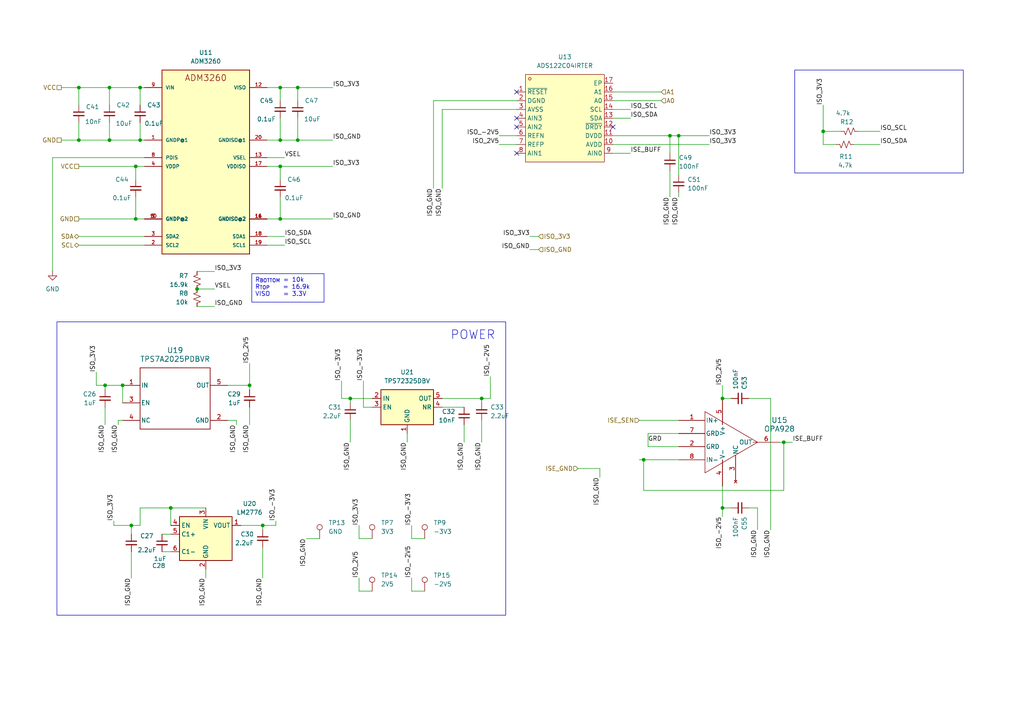
<source format=kicad_sch>
(kicad_sch (version 20250114) (generator "eeschema") (generator_version "9.0")
  (paper "A4")
  (lib_symbols
    (symbol "Connector:TestPoint" (pin_numbers (hide yes)) (pin_names (offset 0.762) (hide yes))
      (property "Reference" "TP" (at 0 6.858 0))
      (property "Value" "TestPoint" (at 0 5.08 0))
      (symbol "TestPoint_0_1"
        (circle (center 0 3.302) (radius 0.762))
      )
      (symbol "TestPoint_1_1"
        (pin passive line (at 0 0 90) (length 2.54) (name "1") (number "1"))
      )
    )
    (symbol "Device:C_Small" (pin_numbers (hide yes)) (pin_names (offset 0.254) (hide yes))
      (property "Reference" "C" (at 0.254 1.778 0))
      (property "Value" "C_Small" (at 0.254 -2.032 0))
      (symbol "C_Small_0_1"
        (polyline (pts (xy -1.524 0.508) (xy 1.524 0.508)) (stroke (width 0.3048)))
        (polyline (pts (xy -1.524 -0.508) (xy 1.524 -0.508)) (stroke (width 0.3302)))
      )
      (symbol "C_Small_1_1"
        (pin passive line (at 0 2.54 270) (length 2.032) (name "~") (number "1"))
        (pin passive line (at 0 -2.54 90) (length 2.032) (name "~") (number "2"))
      )
    )
    (symbol "Device:R_Small_US" (pin_numbers (hide yes)) (pin_names (offset 0.254) (hide yes))
      (property "Reference" "R" (at 0.762 0.508 0))
      (property "Value" "R_Small_US" (at 0.762 -1.016 0))
      (symbol "R_Small_US_1_1"
        (polyline (pts (xy 0 1.524) (xy 1.016 1.143) (xy 0 0.762) (xy -1.016 0.381) (xy 0 0)))
        (polyline (pts (xy 0 0) (xy 1.016 -0.381) (xy 0 -0.762) (xy -1.016 -1.143) (xy 0 -1.524)))
        (pin passive line (at 0 2.54 270) (length 1.016) (name "~") (number "1"))
        (pin passive line (at 0 -2.54 90) (length 1.016) (name "~") (number "2"))
      )
    )
    (symbol "EasyEDA:ADS122C04IRTER"
      (property "Reference" "U" (at 0 15.24 0))
      (property "Value" "ADS122C04IRTER" (at 0 -15.24 0))
      (symbol "ADS122C04IRTER_0_1"
        (rectangle (start -12.7 12.7) (end 10.16 -12.7) (fill (type background)))
        (circle (center -11.43 11.43) (radius 0.38))
        (pin unspecified line (at -15.24 7.62 0) (length 2.54) (name "~{RESET}") (number "1"))
        (pin unspecified line (at -15.24 5.08 0) (length 2.54) (name "DGND") (number "2"))
        (pin unspecified line (at -15.24 2.54 0) (length 2.54) (name "AVSS") (number "3"))
        (pin unspecified line (at -15.24 0 0) (length 2.54) (name "AIN3") (number "4"))
        (pin unspecified line (at -15.24 -2.54 0) (length 2.54) (name "AIN2") (number "5"))
        (pin unspecified line (at -15.24 -5.08 0) (length 2.54) (name "REFN") (number "6"))
        (pin unspecified line (at -15.24 -7.62 0) (length 2.54) (name "REFP") (number "7"))
        (pin unspecified line (at -15.24 -10.16 0) (length 2.54) (name "AIN1") (number "8"))
        (pin unspecified line (at 12.7 10.16 180) (length 2.54) (name "EP") (number "17"))
        (pin unspecified line (at 12.7 7.62 180) (length 2.54) (name "A1") (number "16"))
        (pin unspecified line (at 12.7 5.08 180) (length 2.54) (name "A0") (number "15"))
        (pin unspecified line (at 12.7 2.54 180) (length 2.54) (name "SCL") (number "14"))
        (pin unspecified line (at 12.7 0 180) (length 2.54) (name "SDA") (number "13"))
        (pin unspecified line (at 12.7 -2.54 180) (length 2.54) (name "~{DRDY}") (number "12"))
        (pin unspecified line (at 12.7 -5.08 180) (length 2.54) (name "DVDD") (number "11"))
        (pin unspecified line (at 12.7 -7.62 180) (length 2.54) (name "AVDD") (number "10"))
        (pin unspecified line (at 12.7 -10.16 180) (length 2.54) (name "AIN0") (number "9"))
      )
    )
    (symbol "Regulator_Linear:TPS72325DBV"
      (property "Reference" "U" (at -6.35 6.35 0))
      (property "Value" "TPS72325DBV" (at 0 6.35 0))
      (symbol "TPS72325DBV_0_1"
        (rectangle (start -7.62 5.08) (end 7.62 -5.08) (stroke (width 0.254)) (fill (type background)))
      )
      (symbol "TPS72325DBV_1_1"
        (pin power_in line (at -10.16 2.54 0) (length 2.54) (name "IN") (number "2"))
        (pin input line (at -10.16 0 0) (length 2.54) (name "EN") (number "3"))
        (pin power_in line (at 0 -7.62 90) (length 2.54) (name "GND") (number "1"))
        (pin power_out line (at 10.16 2.54 180) (length 2.54) (name "OUT") (number "5"))
        (pin input line (at 10.16 0 180) (length 2.54) (name "NR") (number "4"))
      )
    )
    (symbol "Regulator_SwitchedCapacitor:LM2776"
      (property "Reference" "U" (at -6.35 6.35 0))
      (property "Value" "LM2776" (at 1.27 6.35 0))
      (symbol "LM2776_0_1"
        (rectangle (start -7.62 5.08) (end 7.62 -7.62) (stroke (width 0.254)) (fill (type background)))
      )
      (symbol "LM2776_1_1"
        (pin input line (at -10.16 2.54 0) (length 2.54) (name "EN") (number "4"))
        (pin passive line (at -10.16 0 0) (length 2.54) (name "C1+") (number "5"))
        (pin passive line (at -10.16 -5.08 0) (length 2.54) (name "C1-") (number "6"))
        (pin power_in line (at 0 7.62 270) (length 2.54) (name "VIN") (number "3"))
        (pin power_in line (at 0 -10.16 90) (length 2.54) (name "GND") (number "2"))
        (pin power_out line (at 10.16 2.54 180) (length 2.54) (name "VOUT") (number "1"))
      )
    )
    (symbol "Snapeda:ADM3260" (pin_names (offset 1.016))
      (property "Reference" "U" (at -12.7 21.082 0))
      (property "Value" "ADM3260" (at -12.7 -35.56 0))
      (symbol "ADM3260_0_0"
        (rectangle (start -12.7 -33.02) (end 12.7 20.32) (stroke (width 0.254)) (fill (type background)))
        (text "ADM3260" (at 0 17.018 0) (effects (font (size 1.778 1.778)) (justify bottom)))
        (pin bidirectional line (at -17.78 15.24 0) (length 5.08) (name "VIN") (number "9"))
        (pin bidirectional line (at -17.78 0 0) (length 5.08) (name "GNDP@1") (number "1"))
        (pin bidirectional line (at -17.78 -5.08 0) (length 5.08) (name "PDIS") (number "8"))
        (pin bidirectional line (at -17.78 -7.62 0) (length 5.08) (name "VDDP") (number "4"))
        (pin bidirectional line (at -17.78 -22.86 0) (length 5.08) (name "GNDP@2") (number "10"))
        (pin bidirectional line (at -17.78 -22.86 0) (length 5.08) (name "GNDP@2") (number "5"))
        (pin bidirectional line (at -17.78 -22.86 0) (length 5.08) (name "GNDP@2") (number "7"))
        (pin bidirectional line (at -17.78 -27.94 0) (length 5.08) (name "SDA2") (number "3"))
        (pin bidirectional line (at -17.78 -30.48 0) (length 5.08) (name "SCL2") (number "2"))
        (pin bidirectional line (at 17.78 15.24 180) (length 5.08) (name "VISO") (number "12"))
        (pin bidirectional line (at 17.78 0 180) (length 5.08) (name "GNDISO@1") (number "20"))
        (pin bidirectional line (at 17.78 -5.08 180) (length 5.08) (name "VSEL") (number "13"))
        (pin bidirectional line (at 17.78 -7.62 180) (length 5.08) (name "VDDISO") (number "17"))
        (pin bidirectional line (at 17.78 -22.86 180) (length 5.08) (name "GNDISO@2") (number "11"))
        (pin bidirectional line (at 17.78 -22.86 180) (length 5.08) (name "GNDISO@2") (number "14"))
        (pin bidirectional line (at 17.78 -22.86 180) (length 5.08) (name "GNDISO@2") (number "16"))
        (pin bidirectional line (at 17.78 -27.94 180) (length 5.08) (name "SDA1") (number "18"))
        (pin bidirectional line (at 17.78 -30.48 180) (length 5.08) (name "SCL1") (number "19"))
      )
    )
    (symbol "Snapeda:OPA928" (pin_names (offset 0.254))
      (property "Reference" "U" (at 27.686 -4.826 0))
      (property "Value" "OPA928" (at 28.956 -7.874 0))
      (symbol "OPA928_0_1"
        (pin input line (at 6.35 -7.62 0) (length 7.62) (name "IN+") (number "1"))
        (pin unspecified line (at 6.35 -11.43 0) (length 7.62) (name "GRD") (number "7"))
        (pin unspecified line (at 6.35 -15.24 0) (length 7.62) (name "GRD") (number "2"))
        (pin input line (at 6.35 -19.05 0) (length 7.62) (name "IN-") (number "8"))
        (pin power_in line (at 19.05 -1.27 270) (length 7.62) (name "V+") (number "5"))
        (pin power_in line (at 19.05 -26.67 90) (length 7.62) (name "V-") (number "4"))
        (pin output line (at 35.56 -13.97 180) (length 7.62) (name "OUT") (number "6"))
      )
      (symbol "OPA928_1_1"
        (polyline (pts (xy 13.97 -5.08) (xy 13.97 -22.86) (xy 29.21 -13.97) (xy 13.97 -5.08)))
        (pin no_connect line (at 22.86 -25.4 90) (length 7.62) (name "NC") (number "3"))
      )
    )
    (symbol "Snapeda:TPS7A2050PDBVR" (pin_names (offset 0.254))
      (property "Reference" "U4" (at 15.24 10.16 0))
      (property "Value" "TPS7A2025PDBVR" (at 15.24 7.62 0))
      (symbol "TPS7A2050PDBVR_0_1"
        (polyline (pts (xy 5.08 5.08) (xy 5.08 -12.7)) (stroke (width 0.2032)))
        (polyline (pts (xy 5.08 -12.7) (xy 25.4 -12.7)) (stroke (width 0.2032)))
        (polyline (pts (xy 25.4 5.08) (xy 5.08 5.08)) (stroke (width 0.2032)))
        (polyline (pts (xy 25.4 -12.7) (xy 25.4 5.08)) (stroke (width 0.2032)))
        (pin power_in line (at 0 0 0) (length 5.08) (name "IN") (number "1"))
        (pin input line (at 0 -5.08 0) (length 5.08) (name "EN") (number "3"))
        (pin unspecified line (at 0 -10.16 0) (length 5.08) (name "NC") (number "4"))
        (pin unspecified line (at 30.48 0 180) (length 5.08) (name "OUT") (number "5"))
        (pin power_in line (at 30.48 -10.16 180) (length 5.08) (name "GND") (number "2"))
      )
    )
    (symbol "power:GND" (power) (pin_numbers (hide yes)) (pin_names (offset 0) (hide yes))
      (property "Value" "GND" (at 0 -3.81 0))
      (symbol "GND_0_1"
        (polyline (pts (xy 0 0) (xy 0 -1.27) (xy 1.27 -1.27) (xy 0 -2.54) (xy -1.27 -1.27) (xy 0 -1.27)))
      )
      (symbol "GND_1_1"
        (pin power_in line (at 0 0 270) (length 0) (name "~") (number "1"))
      )
    )
  )
  (rectangle (start 16.51 93.345) (end 146.685 178.435))
  (rectangle (start 230.505 20.32) (end 279.4 50.165))
  (text "POWER\n" (at 137.16 97.282 0) (effects (font (size 2.54 2.54))))
  (text_box "R_{BOTTOM} = 10k\nR_{TOP}    = 16.9k\nVISO    = 3.3V" (at 73.025 79.375 0) (size 20.955 8.255) (margins 0.9525 0.9525 0.9525 0.9525) (effects (font (size 1.27 1.27)) (justify left top)))
  (junction (at 196.85 39.37))
  (junction (at 209.55 147.32))
  (junction (at 49.53 147.32))
  (junction (at 39.37 63.5))
  (junction (at 40.64 40.64))
  (junction (at 39.37 48.26))
  (junction (at 86.36 25.4))
  (junction (at 76.2 152.4))
  (junction (at 38.1 152.4))
  (junction (at 72.39 111.76))
  (junction (at 81.28 40.64))
  (junction (at 81.28 48.26))
  (junction (at 186.69 133.35))
  (junction (at 30.48 111.76))
  (junction (at 238.76 38.1))
  (junction (at 227.33 128.27))
  (junction (at 40.64 25.4))
  (junction (at 57.15 83.82))
  (junction (at 81.28 63.5))
  (junction (at 194.31 39.37))
  (junction (at 101.6 115.57))
  (junction (at 81.28 25.4))
  (junction (at 209.55 115.57))
  (junction (at 139.7 115.57))
  (junction (at 22.86 25.4))
  (junction (at 22.86 40.64))
  (junction (at 86.36 40.64))
  (junction (at 31.75 25.4))
  (junction (at 31.75 40.64))
  (junction (at 35.56 111.76))
  (no_connect (at 149.86 34.29))
  (no_connect (at 177.8 36.83))
  (no_connect (at 149.86 26.67))
  (no_connect (at 149.86 36.83))
  (no_connect (at 149.86 44.45))
  (wire (pts (xy 76.2 158.75) (xy 76.2 167.64)))
  (wire (pts (xy 223.52 115.57) (xy 217.17 115.57)))
  (wire (pts (xy 86.36 25.4) (xy 86.36 29.21)))
  (wire (pts (xy 86.36 25.4) (xy 96.52 25.4)))
  (wire (pts (xy 81.28 63.5) (xy 96.52 63.5)))
  (wire (pts (xy 212.09 147.32) (xy 209.55 147.32)))
  (wire (pts (xy 104.14 171.45) (xy 107.95 171.45)))
  (wire (pts (xy 77.47 63.5) (xy 81.28 63.5)))
  (wire (pts (xy 68.58 121.92) (xy 66.04 121.92)))
  (wire (pts (xy 219.71 147.32) (xy 217.17 147.32)))
  (wire (pts (xy 196.85 55.88) (xy 196.85 57.15)))
  (wire (pts (xy 40.64 40.64) (xy 41.91 40.64)))
  (wire (pts (xy 153.67 68.58) (xy 156.21 68.58)))
  (wire (pts (xy 77.47 40.64) (xy 81.28 40.64)))
  (wire (pts (xy 238.76 38.1) (xy 243.84 38.1)))
  (wire (pts (xy 177.8 44.45) (xy 182.88 44.45)))
  (wire (pts (xy 77.47 25.4) (xy 81.28 25.4)))
  (wire (pts (xy 196.85 39.37) (xy 205.74 39.37)))
  (wire (pts (xy 119.38 171.45) (xy 123.19 171.45)))
  (wire (pts (xy 101.6 115.57) (xy 107.95 115.57)))
  (wire (pts (xy 30.48 118.11) (xy 30.48 123.19)))
  (wire (pts (xy 30.48 111.76) (xy 35.56 111.76)))
  (wire (pts (xy 226.06 128.27) (xy 227.33 128.27)))
  (wire (pts (xy 177.8 31.75) (xy 182.88 31.75)))
  (wire (pts (xy 17.78 40.64) (xy 22.86 40.64)))
  (wire (pts (xy 99.06 110.49) (xy 99.06 115.57)))
  (wire (pts (xy 35.56 111.76) (xy 35.56 116.84)))
  (wire (pts (xy 72.39 111.76) (xy 66.04 111.76)))
  (wire (pts (xy 177.8 26.67) (xy 191.77 26.67)))
  (wire (pts (xy 238.76 41.91) (xy 242.57 41.91)))
  (wire (pts (xy 99.06 115.57) (xy 101.6 115.57)))
  (wire (pts (xy 40.64 152.4) (xy 38.1 152.4)))
  (wire (pts (xy 238.76 30.48) (xy 238.76 38.1)))
  (wire (pts (xy 86.36 34.29) (xy 86.36 40.64)))
  (wire (pts (xy 57.15 88.9) (xy 62.23 88.9)))
  (wire (pts (xy 72.39 111.76) (xy 72.39 113.03)))
  (wire (pts (xy 119.38 152.4) (xy 119.38 156.21)))
  (wire (pts (xy 177.8 39.37) (xy 194.31 39.37)))
  (wire (pts (xy 128.27 54.61) (xy 128.27 31.75)))
  (wire (pts (xy 223.52 153.67) (xy 223.52 115.57)))
  (wire (pts (xy 46.99 160.02) (xy 49.53 160.02)))
  (wire (pts (xy 247.65 41.91) (xy 255.27 41.91)))
  (wire (pts (xy 22.86 63.5) (xy 39.37 63.5)))
  (wire (pts (xy 194.31 39.37) (xy 194.31 44.45)))
  (wire (pts (xy 118.11 125.73) (xy 118.11 128.27)))
  (wire (pts (xy 177.8 41.91) (xy 205.74 41.91)))
  (wire (pts (xy 77.47 48.26) (xy 81.28 48.26)))
  (wire (pts (xy 101.6 115.57) (xy 101.6 116.84)))
  (wire (pts (xy 49.53 147.32) (xy 49.53 152.4)))
  (wire (pts (xy 209.55 111.76) (xy 209.55 115.57)))
  (wire (pts (xy 101.6 121.92) (xy 101.6 128.27)))
  (wire (pts (xy 22.86 35.56) (xy 22.86 40.64)))
  (wire (pts (xy 139.7 121.92) (xy 139.7 128.27)))
  (wire (pts (xy 40.64 25.4) (xy 41.91 25.4)))
  (wire (pts (xy 27.94 107.95) (xy 27.94 111.76)))
  (wire (pts (xy 57.15 78.74) (xy 62.23 78.74)))
  (wire (pts (xy 187.96 125.73) (xy 187.96 129.54)))
  (wire (pts (xy 76.2 152.4) (xy 80.01 152.4)))
  (wire (pts (xy 49.53 147.32) (xy 40.64 147.32)))
  (wire (pts (xy 134.62 123.19) (xy 134.62 128.27)))
  (wire (pts (xy 105.41 118.11) (xy 107.95 118.11)))
  (wire (pts (xy 81.28 48.26) (xy 81.28 52.07)))
  (wire (pts (xy 15.24 45.72) (xy 15.24 78.74)))
  (wire (pts (xy 38.1 152.4) (xy 38.1 154.94)))
  (wire (pts (xy 81.28 25.4) (xy 81.28 29.21)))
  (wire (pts (xy 81.28 57.15) (xy 81.28 63.5)))
  (wire (pts (xy 72.39 118.11) (xy 72.39 123.19)))
  (wire (pts (xy 22.86 48.26) (xy 39.37 48.26)))
  (wire (pts (xy 39.37 48.26) (xy 39.37 52.07)))
  (wire (pts (xy 196.85 39.37) (xy 196.85 50.8)))
  (wire (pts (xy 22.86 40.64) (xy 31.75 40.64)))
  (wire (pts (xy 209.55 147.32) (xy 209.55 149.86)))
  (wire (pts (xy 177.8 34.29) (xy 182.88 34.29)))
  (wire (pts (xy 34.29 121.92) (xy 35.56 121.92)))
  (wire (pts (xy 105.41 110.49) (xy 105.41 118.11)))
  (wire (pts (xy 227.33 128.27) (xy 227.33 142.24)))
  (wire (pts (xy 194.31 39.37) (xy 196.85 39.37)))
  (wire (pts (xy 104.14 152.4) (xy 104.14 156.21)))
  (wire (pts (xy 81.28 48.26) (xy 96.52 48.26)))
  (wire (pts (xy 194.31 49.53) (xy 194.31 57.15)))
  (wire (pts (xy 81.28 34.29) (xy 81.28 40.64)))
  (wire (pts (xy 77.47 68.58) (xy 82.55 68.58)))
  (wire (pts (xy 40.64 35.56) (xy 40.64 40.64)))
  (wire (pts (xy 39.37 48.26) (xy 41.91 48.26)))
  (wire (pts (xy 31.75 25.4) (xy 31.75 30.48)))
  (wire (pts (xy 22.86 71.12) (xy 41.91 71.12)))
  (wire (pts (xy 33.02 151.13) (xy 33.02 152.4)))
  (wire (pts (xy 30.48 111.76) (xy 30.48 113.03)))
  (wire (pts (xy 209.55 140.97) (xy 209.55 147.32)))
  (wire (pts (xy 80.01 152.4) (xy 80.01 151.13)))
  (wire (pts (xy 238.76 38.1) (xy 238.76 41.91)))
  (wire (pts (xy 46.99 154.94) (xy 49.53 154.94)))
  (wire (pts (xy 81.28 25.4) (xy 86.36 25.4)))
  (wire (pts (xy 144.78 39.37) (xy 149.86 39.37)))
  (wire (pts (xy 17.78 25.4) (xy 22.86 25.4)))
  (wire (pts (xy 76.2 152.4) (xy 76.2 153.67)))
  (wire (pts (xy 77.47 45.72) (xy 82.55 45.72)))
  (wire (pts (xy 69.85 152.4) (xy 76.2 152.4)))
  (wire (pts (xy 139.7 115.57) (xy 142.24 115.57)))
  (wire (pts (xy 167.64 135.89) (xy 173.99 135.89)))
  (wire (pts (xy 186.69 133.35) (xy 186.69 142.24)))
  (wire (pts (xy 139.7 115.57) (xy 139.7 116.84)))
  (wire (pts (xy 38.1 160.02) (xy 38.1 167.64)))
  (wire (pts (xy 219.71 153.67) (xy 219.71 147.32)))
  (wire (pts (xy 81.28 40.64) (xy 86.36 40.64)))
  (wire (pts (xy 104.14 167.64) (xy 104.14 171.45)))
  (wire (pts (xy 39.37 63.5) (xy 41.91 63.5)))
  (wire (pts (xy 187.96 129.54) (xy 196.85 129.54)))
  (wire (pts (xy 40.64 25.4) (xy 40.64 30.48)))
  (wire (pts (xy 22.86 25.4) (xy 31.75 25.4)))
  (wire (pts (xy 173.99 135.89) (xy 173.99 138.43)))
  (wire (pts (xy 128.27 115.57) (xy 139.7 115.57)))
  (wire (pts (xy 104.14 156.21) (xy 107.95 156.21)))
  (wire (pts (xy 57.15 83.82) (xy 62.23 83.82)))
  (wire (pts (xy 185.42 133.35) (xy 186.69 133.35)))
  (wire (pts (xy 125.73 54.61) (xy 125.73 29.21)))
  (wire (pts (xy 72.39 105.41) (xy 72.39 111.76)))
  (wire (pts (xy 34.29 123.19) (xy 34.29 121.92)))
  (wire (pts (xy 153.67 72.39) (xy 156.21 72.39)))
  (wire (pts (xy 31.75 40.64) (xy 40.64 40.64)))
  (wire (pts (xy 59.69 165.1) (xy 59.69 167.64)))
  (wire (pts (xy 196.85 133.35) (xy 186.69 133.35)))
  (wire (pts (xy 31.75 35.56) (xy 31.75 40.64)))
  (wire (pts (xy 31.75 25.4) (xy 40.64 25.4)))
  (wire (pts (xy 40.64 147.32) (xy 40.64 152.4)))
  (wire (pts (xy 119.38 167.64) (xy 119.38 171.45)))
  (wire (pts (xy 177.8 29.21) (xy 191.77 29.21)))
  (wire (pts (xy 68.58 123.19) (xy 68.58 121.92)))
  (wire (pts (xy 119.38 156.21) (xy 123.19 156.21)))
  (wire (pts (xy 248.92 38.1) (xy 255.27 38.1)))
  (wire (pts (xy 196.85 125.73) (xy 187.96 125.73)))
  (wire (pts (xy 77.47 71.12) (xy 82.55 71.12)))
  (wire (pts (xy 125.73 29.21) (xy 149.86 29.21)))
  (wire (pts (xy 88.9 156.21) (xy 92.71 156.21)))
  (wire (pts (xy 27.94 111.76) (xy 30.48 111.76)))
  (wire (pts (xy 22.86 68.58) (xy 41.91 68.58)))
  (wire (pts (xy 128.27 118.11) (xy 134.62 118.11)))
  (wire (pts (xy 39.37 57.15) (xy 39.37 63.5)))
  (wire (pts (xy 142.24 109.22) (xy 142.24 115.57)))
  (wire (pts (xy 128.27 31.75) (xy 149.86 31.75)))
  (wire (pts (xy 86.36 40.64) (xy 96.52 40.64)))
  (wire (pts (xy 41.91 45.72) (xy 15.24 45.72)))
  (wire (pts (xy 209.55 115.57) (xy 212.09 115.57)))
  (wire (pts (xy 186.69 142.24) (xy 227.33 142.24)))
  (wire (pts (xy 185.42 121.92) (xy 196.85 121.92)))
  (wire (pts (xy 227.33 128.27) (xy 229.87 128.27)))
  (wire (pts (xy 22.86 25.4) (xy 22.86 30.48)))
  (wire (pts (xy 144.78 41.91) (xy 149.86 41.91)))
  (wire (pts (xy 38.1 152.4) (xy 33.02 152.4)))
  (wire (pts (xy 59.69 147.32) (xy 49.53 147.32)))
  (label "ISO_GND" (at 173.99 138.43 270))
  (label "ISO_GND" (at 30.48 123.19 270))
  (label "ISO_GND" (at 34.29 123.19 270))
  (label "ISO_SCL" (at 255.27 38.1 0))
  (label "ISO_GND" (at 62.23 88.9 0))
  (label "ISO_-3V3" (at 119.38 152.4 90))
  (label "ISO_-3V3" (at 99.06 110.49 90))
  (label "ISO_3V3" (at 205.74 41.91 0))
  (label "ISE_BUFF" (at 229.87 128.27 0))
  (label "VSEL" (at 82.55 45.72 0))
  (label "ISE_BUFF" (at 182.88 44.45 0))
  (label "ISO_2V5" (at 104.14 167.64 90))
  (label "ISO_GND" (at 223.52 153.67 270))
  (label "ISO_-2V5" (at 142.24 109.22 90))
  (label "ISO_GND" (at 88.9 156.21 270))
  (label "VSEL" (at 62.23 83.82 0))
  (label "ISO_GND" (at 96.52 40.64 0))
  (label "ISO_SDA" (at 182.88 34.29 0))
  (label "ISO_GND" (at 153.67 72.39 180))
  (label "ISO_GND" (at 96.52 63.5 0))
  (label "ISO_3V3" (at 238.76 30.48 90))
  (label "ISO_GND" (at 76.2 167.64 270))
  (label "ISO_GND" (at 194.31 57.15 270))
  (label "ISO_GND" (at 72.39 123.19 270))
  (label "ISO_-3V3" (at 105.41 110.49 90))
  (label "ISO_SCL" (at 82.55 71.12 0))
  (label "ISO_3V3" (at 62.23 78.74 0))
  (label "ISO_GND" (at 219.71 153.67 270))
  (label "ISO_SDA" (at 82.55 68.58 0))
  (label "ISO_2V5" (at 209.55 111.76 90))
  (label "ISO_2V5" (at 72.39 105.41 90))
  (label "ISO_3V3" (at 96.52 48.26 0))
  (label "ISO_3V3" (at 33.02 151.13 90))
  (label "ISO_GND" (at 125.73 54.61 270))
  (label "ISO_-2V5" (at 209.55 149.86 270))
  (label "ISO_-3V3" (at 80.01 151.13 90))
  (label "ISO_SCL" (at 182.88 31.75 0))
  (label "GRD" (at 187.96 128.27 0))
  (label "ISO_GND" (at 68.58 123.19 270))
  (label "ISO_-2V5" (at 144.78 39.37 180))
  (label "ISO_3V3" (at 205.74 39.37 0))
  (label "ISO_SDA" (at 255.27 41.91 0))
  (label "ISO_3V3" (at 104.14 152.4 90))
  (label "ISO_GND" (at 139.7 128.27 270))
  (label "ISO_GND" (at 101.6 128.27 270))
  (label "ISO_2V5" (at 144.78 41.91 180))
  (label "ISO_GND" (at 38.1 167.64 270))
  (label "ISO_3V3" (at 96.52 25.4 0))
  (label "ISO_GND" (at 134.62 128.27 270))
  (label "ISO_-2V5" (at 119.38 167.64 90))
  (label "ISO_3V3" (at 27.94 107.95 90))
  (label "ISO_GND" (at 196.85 57.15 270))
  (label "ISO_GND" (at 118.11 128.27 270))
  (label "ISO_GND" (at 128.27 54.61 270))
  (label "ISO_GND" (at 59.69 167.64 270))
  (label "ISO_3V3" (at 153.67 68.58 180))
  (hierarchical_label "ISE_GND" (shape input) (at 167.64 135.89 180))
  (hierarchical_label "SDA" (shape bidirectional) (at 22.86 68.58 180))
  (hierarchical_label "A0" (shape input) (at 191.77 29.21 0))
  (hierarchical_label "ISO_3V3" (shape input) (at 156.21 68.58 0))
  (hierarchical_label "ISO_GND" (shape input) (at 156.21 72.39 0))
  (hierarchical_label "VCC" (shape passive) (at 17.78 25.4 180))
  (hierarchical_label "ISE_SEN" (shape input) (at 185.42 121.92 180))
  (hierarchical_label "A1" (shape input) (at 191.77 26.67 0))
  (hierarchical_label "SCL" (shape bidirectional) (at 22.86 71.12 180))
  (hierarchical_label "GND" (shape passive) (at 22.86 63.5 180))
  (hierarchical_label "GND" (shape passive) (at 17.78 40.64 180))
  (hierarchical_label "VCC" (shape passive) (at 22.86 48.26 180))
  (symbol (lib_id "Device:C_Small") (at 76.2 156.21 0) (mirror y) (unit 1)
    (property "Reference" "C22" (at 73.66 154.9462 0) (effects (justify left)))
    (property "Value" "2.2uF" (at 73.66 157.4862 0) (effects (justify left)))
    (property "Footprint" "Capacitor_SMD:C_0402_1005Metric" (effects (hide yes)))
    (property "Description" "Unpolarized capacitor, small symbol" (effects (hide yes)))
    (property "MPN" "1uF 0201" (effects (hide yes)))
    (instances (project "Pool-Spa-Controller-V2" (path "" (reference "C30") (unit 1)) (path "" (reference "C22") (unit 1))))
  )
  (symbol (lib_id "Connector:TestPoint") (at 92.71 156.21 0) (unit 1)
    (property "Reference" "TP12" (at 95.25 151.6379 0) (effects (justify left)))
    (property "Value" "GND" (at 95.25 154.1779 0) (effects (justify left)))
    (property "Footprint" "TestPoint:TestPoint_Pad_D1.0mm" (effects (hide yes)))
    (property "Description" "test point" (effects (hide yes)))
    (instances (project "Pool-Spa-Controller-V2" (path "" (reference "TP13") (unit 1)) (path "" (reference "TP12") (unit 1))))
  )
  (symbol (lib_id "Connector:TestPoint") (at 123.19 171.45 0) (unit 1)
    (property "Reference" "TP11" (at 125.73 166.8779 0) (effects (justify left)))
    (property "Value" "-2V5" (at 125.73 169.4179 0) (effects (justify left)))
    (property "Footprint" "TestPoint:TestPoint_Pad_D1.0mm" (effects (hide yes)))
    (property "Description" "test point" (effects (hide yes)))
    (instances (project "Pool-Spa-Controller-V2" (path "" (reference "TP15") (unit 1)) (path "" (reference "TP11") (unit 1))))
  )
  (symbol (lib_id "Device:C_Small") (at 22.86 33.02 0) (unit 1)
    (property "Reference" "C34" (at 24.892 30.988 0) (effects (justify left)))
    (property "Value" "10nF" (at 24.638 35.306 0) (effects (justify left)))
    (property "Footprint" "Capacitor_SMD:C_0402_1005Metric" (effects (hide yes)))
    (property "Description" "Unpolarized capacitor, small symbol" (effects (hide yes)))
    (property "MPN" "10nF 0201" (effects (hide yes)))
    (instances (project "Pool-Spa-Controller-V2" (path "" (reference "C41") (unit 1)) (path "" (reference "C34") (unit 1))))
  )
  (symbol (lib_id "Connector:TestPoint") (at 107.95 156.21 0) (unit 1)
    (property "Reference" "TP6" (at 110.49 151.6379 0) (effects (justify left)))
    (property "Value" "3V3" (at 110.49 154.1779 0) (effects (justify left)))
    (property "Footprint" "TestPoint:TestPoint_Pad_D1.0mm" (effects (hide yes)))
    (property "Description" "test point" (effects (hide yes)))
    (instances (project "Pool-Spa-Controller-V2" (path "" (reference "TP7") (unit 1)) (path "" (reference "TP6") (unit 1))))
  )
  (symbol (lib_id "Device:C_Small") (at 40.64 33.02 0) (unit 1)
    (property "Reference" "C36" (at 42.672 30.48 0) (effects (justify left)))
    (property "Value" "0.1uF" (at 41.91 35.814 0) (effects (justify left)))
    (property "Footprint" "Capacitor_SMD:C_0402_1005Metric" (effects (hide yes)))
    (property "Description" "Unpolarized capacitor, small symbol" (effects (hide yes)))
    (property "MPN" "0.1uF 0201" (effects (hide yes)))
    (instances (project "Pool-Spa-Controller-V2" (path "" (reference "C43") (unit 1)) (path "" (reference "C36") (unit 1))))
  )
  (symbol (lib_id "Device:C_Small") (at 196.85 53.34 0) (unit 1)
    (property "Reference" "C50" (at 199.39 52.0762 0) (effects (justify left)))
    (property "Value" "100nF" (at 199.39 54.6162 0) (effects (justify left)))
    (property "Footprint" "Capacitor_SMD:C_0402_1005Metric" (effects (hide yes)))
    (property "Description" "Unpolarized capacitor, small symbol" (effects (hide yes)))
    (property "MPN" "100nF 0201" (effects (hide yes)))
    (instances (project "Pool-Spa-Controller-V2" (path "" (reference "C51") (unit 1)) (path "" (reference "C50") (unit 1))))
  )
  (symbol (lib_id "Device:C_Small") (at 194.31 46.99 0) (unit 1)
    (property "Reference" "C48" (at 196.85 45.7262 0) (effects (justify left)))
    (property "Value" "100nF" (at 196.85 48.2662 0) (effects (justify left)))
    (property "Footprint" "Capacitor_SMD:C_0402_1005Metric" (effects (hide yes)))
    (property "Description" "Unpolarized capacitor, small symbol" (effects (hide yes)))
    (property "MPN" "100nF 0201" (effects (hide yes)))
    (instances (project "Pool-Spa-Controller-V2" (path "" (reference "C49") (unit 1)) (path "" (reference "C48") (unit 1))))
  )
  (symbol (lib_id "Device:R_Small_US") (at 246.38 38.1 270) (mirror x) (unit 1)
    (property "Reference" "R10" (at 243.6495 35.3695 90) (effects (justify left)))
    (property "Value" "4.7k" (at 242.3795 32.8295 90) (effects (justify left)))
    (property "Footprint" "Resistor_SMD:R_0402_1005Metric" (effects (hide yes)))
    (property "Description" "Resistor, small US symbol" (effects (hide yes)))
    (property "MPN" "4.7k 0201" (effects (hide yes)))
    (instances (project "Pool-Spa-Controller-V2" (path "" (reference "R12") (unit 1)) (path "" (reference "R10") (unit 1))))
  )
  (symbol (lib_id "Device:R_Small_US") (at 245.11 41.91 90) (mirror x) (unit 1)
    (property "Reference" "R9" (at 247.3325 45.4024 90) (effects (justify left)))
    (property "Value" "4.7k" (at 247.3325 47.9424 90) (effects (justify left)))
    (property "Footprint" "Resistor_SMD:R_0402_1005Metric" (effects (hide yes)))
    (property "Description" "Resistor, small US symbol" (effects (hide yes)))
    (property "MPN" "4.7k 0201" (effects (hide yes)))
    (instances (project "Pool-Spa-Controller-V2" (path "" (reference "R11") (unit 1)) (path "" (reference "R9") (unit 1))))
  )
  (symbol (lib_id "Device:C_Small") (at 214.63 147.32 270) (unit 1)
    (property "Reference" "C54" (at 215.8938 149.86 0) (effects (justify left)))
    (property "Value" "100nF" (at 213.3538 149.86 0) (effects (justify left)))
    (property "Footprint" "Capacitor_SMD:C_0402_1005Metric" (effects (hide yes)))
    (property "Description" "Unpolarized capacitor, small symbol" (effects (hide yes)))
    (instances (project "Pool-Spa-Controller-V2" (path "" (reference "C55") (unit 1)) (path "" (reference "C54") (unit 1))))
  )
  (symbol (lib_id "Device:R_Small_US") (at 57.15 86.36 0) (mirror y) (unit 1)
    (property "Reference" "R6" (at 54.61 85.0899 0) (effects (justify left)))
    (property "Value" "10k" (at 54.61 87.6299 0) (effects (justify left)))
    (property "Footprint" "Resistor_SMD:R_0402_1005Metric" (effects (hide yes)))
    (property "Description" "Resistor, small US symbol" (effects (hide yes)))
    (property "MPN" "10k 0201" (effects (hide yes)))
    (instances (project "Pool-Spa-Controller-V2" (path "" (reference "R8") (unit 1)) (path "" (reference "R6") (unit 1))))
  )
  (symbol (lib_id "Snapeda:OPA928") (at 190.5 114.3 0) (unit 1)
    (property "Reference" "U14" (at 226.06 121.8498 0) (effects (font (size 1.524 1.524))))
    (property "Value" "OPA928" (at 226.06 124.3898 0) (effects (font (size 1.524 1.524))))
    (property "Footprint" "Snapeda:SOIC8_D_TEX" (effects (hide yes)))
    (property "Datasheet" "POPA928DR" (effects (hide yes)))
    (property "Sim.Library" "/Users/scottwolf/Downloads/Kicad-Symbols/Models/OPA928/sbomcc1/OPAx928.LIB" (effects (hide yes)))
    (property "Sim.Name" "OPAX928" (effects (hide yes)))
    (property "Sim.Device" "SUBCKT" (effects (hide yes)))
    (property "Sim.Pins" "1=IN+ 2=GRD1 4=V- 5=V+ 6=OUT 7=GRD2 8=IN-" (effects (hide yes)))
    (instances (project "" (path "" (reference "U15") (unit 1)) (path "" (reference "U14") (unit 1))))
  )
  (symbol (lib_id "Device:C_Small") (at 39.37 54.61 0) (mirror y) (unit 1)
    (property "Reference" "C37" (at 37.338 52.07 0) (effects (justify left)))
    (property "Value" "0.1uF" (at 38.1 57.404 0) (effects (justify left)))
    (property "Footprint" "Capacitor_SMD:C_0402_1005Metric" (effects (hide yes)))
    (property "Description" "Unpolarized capacitor, small symbol" (effects (hide yes)))
    (property "MPN" "0.1uF 0201" (effects (hide yes)))
    (instances (project "Pool-Spa-Controller-V2" (path "" (reference "C44") (unit 1)) (path "" (reference "C37") (unit 1))))
  )
  (symbol (lib_id "Snapeda:TPS7A2050PDBVR") (at 35.56 111.76 0) (unit 1)
    (property "Reference" "U16" (at 50.8 101.6 0) (effects (font (size 1.524 1.524))))
    (property "Value" "TPS7A2025PDBVR" (at 50.8 104.14 0) (effects (font (size 1.524 1.524))))
    (property "Footprint" "Snapeda:DBV0005A-IPC_A" (effects (hide yes)))
    (property "Datasheet" "TPS7A2033PDBVR" (effects (hide yes)))
    (instances (project "Pool-Spa-Controller-V2" (path "" (reference "U19") (unit 1)) (path "" (reference "U16") (unit 1))))
  )
  (symbol (lib_id "Device:C_Small") (at 81.28 31.75 0) (mirror y) (unit 1)
    (property "Reference" "C38" (at 79.248 29.21 0) (effects (justify left)))
    (property "Value" "0.1uF" (at 80.01 34.544 0) (effects (justify left)))
    (property "Footprint" "Capacitor_SMD:C_0402_1005Metric" (effects (hide yes)))
    (property "Description" "Unpolarized capacitor, small symbol" (effects (hide yes)))
    (property "MPN" "0.1uF 0201" (effects (hide yes)))
    (instances (project "Pool-Spa-Controller-V2" (path "" (reference "C45") (unit 1)) (path "" (reference "C38") (unit 1))))
  )
  (symbol (lib_id "Device:C_Small") (at 86.36 31.75 0) (unit 1)
    (property "Reference" "C40" (at 88.392 29.21 0) (effects (justify left)))
    (property "Value" "10uF" (at 88.138 34.544 0) (effects (justify left)))
    (property "Footprint" "Capacitor_SMD:C_0402_1005Metric" (effects (hide yes)))
    (property "Description" "Unpolarized capacitor, small symbol" (effects (hide yes)))
    (property "MPN" "10uF 0201" (effects (hide yes)))
    (instances (project "Pool-Spa-Controller-V2" (path "" (reference "C47") (unit 1)) (path "" (reference "C40") (unit 1))))
  )
  (symbol (lib_id "Snapeda:ADM3260") (at 59.69 40.64 0) (unit 1)
    (property "Reference" "U5" (at 59.69 15.24 0))
    (property "Value" "ADM3260" (at 59.69 17.78 0))
    (property "Footprint" "Snapeda:ADM3260_SOP65P780X200-20N" (effects (hide yes)))
    (property "MF" "Analog Devices" (effects (hide yes)))
    (property "Description_1" "I²C Digital Isolator 2500Vrms 2 Channel - 25kV/µs CMTI 20-SSOP (0.209, 5.30mm Width)" (effects (hide yes)))
    (property "Package" "SSOP-20 Analog Devices" (effects (hide yes)))
    (property "Price" "None" (effects (hide yes)))
    (property "SnapEDA_Link" "https://www.snapeda.com/parts/ADM3260/Analog+Devices/view-part/?ref=snap" (effects (hide yes)))
    (property "MP" "ADM3260" (effects (hide yes)))
    (property "Availability" "Not in stock" (effects (hide yes)))
    (property "Check_prices" "https://www.snapeda.com/parts/ADM3260/Analog+Devices/view-part/?ref=eda" (effects (hide yes)))
    (instances (project "" (path "" (reference "U11") (unit 1)) (path "" (reference "U5") (unit 1))))
  )
  (symbol (lib_id "Device:C_Small") (at 101.6 119.38 0) (mirror y) (unit 1)
    (property "Reference" "C23" (at 99.06 118.1162 0) (effects (justify left)))
    (property "Value" "2.2uF" (at 99.06 120.6562 0) (effects (justify left)))
    (property "Footprint" "Capacitor_SMD:C_0402_1005Metric" (effects (hide yes)))
    (property "Description" "Unpolarized capacitor, small symbol" (effects (hide yes)))
    (property "MPN" "2.2uF 0201" (effects (hide yes)))
    (instances (project "Pool-Spa-Controller-V2" (path "" (reference "C31") (unit 1)) (path "" (reference "C23") (unit 1))))
  )
  (symbol (lib_id "Device:C_Small") (at 139.7 119.38 180) (unit 1)
    (property "Reference" "C25" (at 142.24 118.1035 0) (effects (justify right)))
    (property "Value" "2.2uF" (at 142.24 120.6435 0) (effects (justify right)))
    (property "Footprint" "Capacitor_SMD:C_0402_1005Metric" (effects (hide yes)))
    (property "Description" "Unpolarized capacitor, small symbol" (effects (hide yes)))
    (property "MPN" "2.2uF 0201" (effects (hide yes)))
    (instances (project "Pool-Spa-Controller-V2" (path "" (reference "C33") (unit 1)) (path "" (reference "C25") (unit 1))))
  )
  (symbol (lib_id "Device:C_Small") (at 214.63 115.57 270) (mirror x) (unit 1)
    (property "Reference" "C52" (at 215.8938 113.03 0) (effects (justify left)))
    (property "Value" "100nF" (at 213.3538 113.03 0) (effects (justify left)))
    (property "Footprint" "Capacitor_SMD:C_0402_1005Metric" (effects (hide yes)))
    (property "Description" "Unpolarized capacitor, small symbol" (effects (hide yes)))
    (instances (project "Pool-Spa-Controller-V2" (path "" (reference "C53") (unit 1)) (path "" (reference "C52") (unit 1))))
  )
  (symbol (lib_id "Device:C_Small") (at 46.99 157.48 0) (mirror y) (unit 1)
    (property "Reference" "C20" (at 48.006 164.084 0) (effects (justify left)))
    (property "Value" "1uF" (at 48.26 162.052 0) (effects (justify left)))
    (property "Footprint" "Capacitor_SMD:C_0402_1005Metric" (effects (hide yes)))
    (property "Description" "Unpolarized capacitor, small symbol" (effects (hide yes)))
    (property "MPN" "1uF 0201" (effects (hide yes)))
    (instances (project "Pool-Spa-Controller-V2" (path "" (reference "C28") (unit 1)) (path "" (reference "C20") (unit 1))))
  )
  (symbol (lib_id "Device:R_Small_US") (at 57.15 81.28 0) (mirror x) (unit 1)
    (property "Reference" "R5" (at 54.61 80.0099 0) (effects (justify right)))
    (property "Value" "16.9k" (at 54.61 82.5499 0) (effects (justify right)))
    (property "Footprint" "Resistor_SMD:R_0402_1005Metric" (effects (hide yes)))
    (property "Description" "Resistor, small US symbol" (effects (hide yes)))
    (property "MPN" "30.9k 0201" (effects (hide yes)))
    (instances (project "Pool-Spa-Controller-V2" (path "" (reference "R7") (unit 1)) (path "" (reference "R5") (unit 1))))
  )
  (symbol (lib_id "power:GND") (at 15.24 78.74 0) (unit 1)
    (property "Reference" "#PWR026" (effects (hide yes)))
    (property "Value" "GND" (at 15.24 83.82 0))
    (property "Description" "Power symbol creates a global label with name \"GND\" , ground" (effects (hide yes)))
    (instances (project "Pool-Spa-Controller-V2" (path "" (reference "#PWR031") (unit 1)) (path "" (reference "#PWR026") (unit 1))))
  )
  (symbol (lib_id "Regulator_Linear:TPS72325DBV") (at 118.11 118.11 0) (unit 1)
    (property "Reference" "U18" (at 118.11 107.95 0))
    (property "Value" "TPS72325DBV" (at 118.11 110.49 0))
    (property "Footprint" "Package_TO_SOT_SMD:SOT-23-5" (effects (hide yes)))
    (property "Datasheet" "https://www.ti.com/lit/ds/symlink/tps723.pdf" (effects (hide yes)))
    (property "Description" "200-mA, Low-Noise, High-PSRR, Negative Output Low-Dropout Linear Regulator, Fixed Output -2.5 V, SOT-23-5" (effects (hide yes)))
    (instances (project "Pool-Spa-Controller-V2" (path "" (reference "U21") (unit 1)) (path "" (reference "U18") (unit 1))))
  )
  (symbol (lib_id "Connector:TestPoint") (at 107.95 171.45 0) (unit 1)
    (property "Reference" "TP10" (at 110.49 166.8779 0) (effects (justify left)))
    (property "Value" "2V5" (at 110.49 169.4179 0) (effects (justify left)))
    (property "Footprint" "TestPoint:TestPoint_Pad_D1.0mm" (effects (hide yes)))
    (property "Description" "test point" (effects (hide yes)))
    (instances (project "Pool-Spa-Controller-V2" (path "" (reference "TP14") (unit 1)) (path "" (reference "TP10") (unit 1))))
  )
  (symbol (lib_id "Device:C_Small") (at 31.75 33.02 0) (unit 1)
    (property "Reference" "C35" (at 33.782 30.48 0) (effects (justify left)))
    (property "Value" "10uF" (at 33.528 35.814 0) (effects (justify left)))
    (property "Footprint" "Capacitor_SMD:C_0402_1005Metric" (effects (hide yes)))
    (property "Description" "Unpolarized capacitor, small symbol" (effects (hide yes)))
    (property "MPN" "10uF 0201" (effects (hide yes)))
    (instances (project "Pool-Spa-Controller-V2" (path "" (reference "C42") (unit 1)) (path "" (reference "C35") (unit 1))))
  )
  (symbol (lib_id "Device:C_Small") (at 134.62 120.65 0) (mirror x) (unit 1)
    (property "Reference" "C24" (at 132.08 119.3735 0) (effects (justify right)))
    (property "Value" "10nF" (at 132.08 121.9135 0) (effects (justify right)))
    (property "Footprint" "Capacitor_SMD:C_0402_1005Metric" (effects (hide yes)))
    (property "Description" "Unpolarized capacitor, small symbol" (effects (hide yes)))
    (property "MPN" "10nF 0201" (effects (hide yes)))
    (instances (project "Pool-Spa-Controller-V2" (path "" (reference "C32") (unit 1)) (path "" (reference "C24") (unit 1))))
  )
  (symbol (lib_id "Device:C_Small") (at 38.1 157.48 0) (unit 1)
    (property "Reference" "C19" (at 40.64 155.448 0) (effects (justify left)))
    (property "Value" "2.2uF" (at 39.878 159.512 0) (effects (justify left)))
    (property "Footprint" "Capacitor_SMD:C_0402_1005Metric" (effects (hide yes)))
    (property "Description" "Unpolarized capacitor, small symbol" (effects (hide yes)))
    (property "MPN" "1uF 0201" (effects (hide yes)))
    (instances (project "Pool-Spa-Controller-V2" (path "" (reference "C27") (unit 1)) (path "" (reference "C19") (unit 1))))
  )
  (symbol (lib_id "Device:C_Small") (at 30.48 115.57 0) (mirror y) (unit 1)
    (property "Reference" "C18" (at 27.94 114.3062 0) (effects (justify left)))
    (property "Value" "1uF" (at 27.94 116.8462 0) (effects (justify left)))
    (property "Footprint" "Capacitor_SMD:C_0402_1005Metric" (effects (hide yes)))
    (property "Description" "Unpolarized capacitor, small symbol" (effects (hide yes)))
    (property "MPN" "1uF 0201" (effects (hide yes)))
    (instances (project "Pool-Spa-Controller-V2" (path "" (reference "C26") (unit 1)) (path "" (reference "C18") (unit 1))))
  )
  (symbol (lib_id "Connector:TestPoint") (at 123.19 156.21 0) (unit 1)
    (property "Reference" "TP8" (at 125.73 151.6379 0) (effects (justify left)))
    (property "Value" "-3V3" (at 125.73 154.1779 0) (effects (justify left)))
    (property "Footprint" "TestPoint:TestPoint_Pad_D1.0mm" (effects (hide yes)))
    (property "Description" "test point" (effects (hide yes)))
    (instances (project "Pool-Spa-Controller-V2" (path "" (reference "TP9") (unit 1)) (path "" (reference "TP8") (unit 1))))
  )
  (symbol (lib_id "EasyEDA:ADS122C04IRTER") (at 165.1 34.29 0) (unit 1)
    (property "Reference" "U12" (at 163.83 16.51 0))
    (property "Value" "ADS122C04IRTER" (at 163.83 19.05 0))
    (property "Footprint" "EasyEDA:WQFN-16_L3.0-W3.0-P0.50-TL-EP0.8" (effects (hide yes)))
    (property "LCSC Part" "C2670105" (effects (hide yes)))
    (instances (project "" (path "" (reference "U13") (unit 1)) (path "" (reference "U12") (unit 1))))
  )
  (symbol (lib_id "Regulator_SwitchedCapacitor:LM2776") (at 59.69 154.94 0) (unit 1)
    (property "Reference" "U17" (at 72.39 146.0814 0))
    (property "Value" "LM2776" (at 72.39 148.6214 0))
    (property "Footprint" "Package_TO_SOT_SMD:SOT-23-6" (effects (hide yes)))
    (property "Datasheet" "http://www.ti.com/lit/ds/symlink/lm2776.pdf" (effects (hide yes)))
    (property "Description" "Switched capacitor inverter, inverts positive voltage +2.7 to +5.5V to negative, 200mA, SOT-23-6" (effects (hide yes)))
    (instances (project "Pool-Spa-Controller-V2" (path "" (reference "U20") (unit 1)) (path "" (reference "U17") (unit 1))))
  )
  (symbol (lib_id "Device:C_Small") (at 81.28 54.61 0) (unit 1)
    (property "Reference" "C39" (at 83.312 52.07 0) (effects (justify left)))
    (property "Value" "0.1uF" (at 82.55 57.404 0) (effects (justify left)))
    (property "Footprint" "Capacitor_SMD:C_0402_1005Metric" (effects (hide yes)))
    (property "Description" "Unpolarized capacitor, small symbol" (effects (hide yes)))
    (property "MPN" "0.1uF 0201" (effects (hide yes)))
    (instances (project "Pool-Spa-Controller-V2" (path "" (reference "C46") (unit 1)) (path "" (reference "C39") (unit 1))))
  )
  (symbol (lib_id "Device:C_Small") (at 72.39 115.57 0) (mirror y) (unit 1)
    (property "Reference" "C21" (at 69.85 114.3062 0) (effects (justify left)))
    (property "Value" "1uF" (at 69.85 116.8462 0) (effects (justify left)))
    (property "Footprint" "Capacitor_SMD:C_0402_1005Metric" (effects (hide yes)))
    (property "Description" "Unpolarized capacitor, small symbol" (effects (hide yes)))
    (property "MPN" "1uF 0201" (effects (hide yes)))
    (instances (project "Pool-Spa-Controller-V2" (path "" (reference "C29") (unit 1)) (path "" (reference "C21") (unit 1))))
  )
)
</source>
